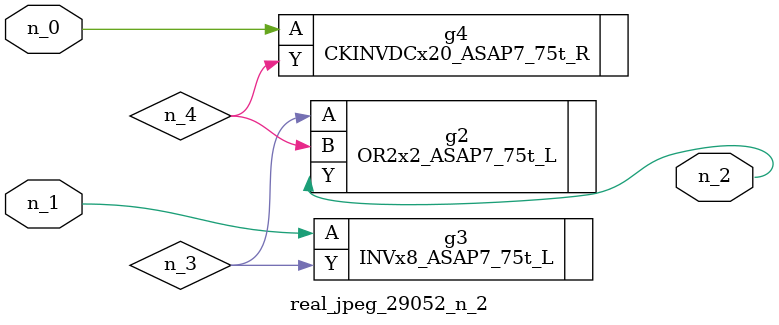
<source format=v>
module real_jpeg_29052_n_2 (n_1, n_0, n_2);

input n_1;
input n_0;

output n_2;

wire n_4;
wire n_3;

CKINVDCx20_ASAP7_75t_R g4 ( 
.A(n_0),
.Y(n_4)
);

INVx8_ASAP7_75t_L g3 ( 
.A(n_1),
.Y(n_3)
);

OR2x2_ASAP7_75t_L g2 ( 
.A(n_3),
.B(n_4),
.Y(n_2)
);


endmodule
</source>
